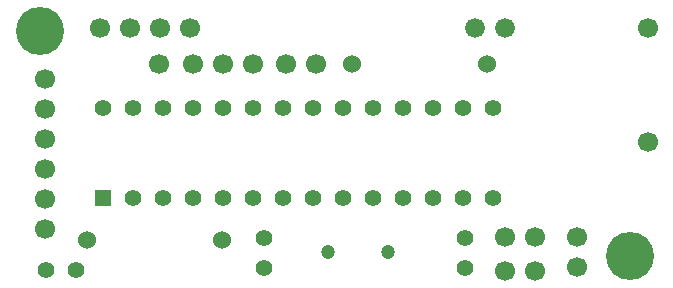
<source format=gts>
G04 #@! TF.FileFunction,Soldermask,Top*
%FSLAX46Y46*%
G04 Gerber Fmt 4.6, Leading zero omitted, Abs format (unit mm)*
G04 Created by KiCad (PCBNEW 0.201507042246+5884~23~ubuntu15.04.1-product) date Mon 06 Jul 2015 21:28:29 BST*
%MOMM*%
G01*
G04 APERTURE LIST*
%ADD10C,0.150000*%
%ADD11C,1.700000*%
%ADD12C,1.524000*%
%ADD13C,1.397000*%
%ADD14C,1.200000*%
%ADD15R,1.397000X1.397000*%
%ADD16C,1.676400*%
%ADD17C,4.064000*%
G04 APERTURE END LIST*
D10*
D11*
X200406000Y-142367000D03*
X200406000Y-132715000D03*
X149352000Y-144653000D03*
X149352000Y-142113000D03*
X149352000Y-147193000D03*
X149352000Y-149733000D03*
X149352000Y-139573000D03*
X149352000Y-137033000D03*
D12*
X152908000Y-150622000D03*
X164338000Y-150622000D03*
X175387000Y-135763000D03*
X186817000Y-135763000D03*
D13*
X167894000Y-153035000D03*
X167894000Y-150495000D03*
X184912000Y-153035000D03*
X184912000Y-150495000D03*
X152019000Y-153162000D03*
X149479000Y-153162000D03*
D11*
X164465000Y-135763000D03*
X167005000Y-135763000D03*
X161925000Y-135763000D03*
X172339000Y-135763000D03*
X169799000Y-135763000D03*
D14*
X178435000Y-151638000D03*
X173355000Y-151638000D03*
D11*
X194437000Y-150368000D03*
X194437000Y-152908000D03*
D13*
X156845000Y-147066000D03*
X159385000Y-147066000D03*
X161925000Y-147066000D03*
X164465000Y-147066000D03*
X167005000Y-147066000D03*
X169545000Y-147066000D03*
X172085000Y-147066000D03*
X174625000Y-147066000D03*
X177165000Y-147066000D03*
X179705000Y-147066000D03*
X182245000Y-147066000D03*
X184785000Y-147066000D03*
X187325000Y-147066000D03*
D15*
X154305000Y-147066000D03*
D13*
X187325000Y-139446000D03*
X184785000Y-139446000D03*
X182245000Y-139446000D03*
X179705000Y-139446000D03*
X177165000Y-139446000D03*
X174625000Y-139446000D03*
X172085000Y-139446000D03*
X169545000Y-139446000D03*
X167005000Y-139446000D03*
X164465000Y-139446000D03*
X161925000Y-139446000D03*
X159385000Y-139446000D03*
X156845000Y-139446000D03*
X154305000Y-139446000D03*
D11*
X190881000Y-153289000D03*
X188341000Y-153289000D03*
X190881000Y-150368000D03*
X188341000Y-150368000D03*
X159004000Y-135763000D03*
X159131000Y-132715000D03*
X156591000Y-132715000D03*
X161671000Y-132715000D03*
X154051000Y-132715000D03*
D16*
X185801000Y-132715000D03*
X188341000Y-132715000D03*
D17*
X148971000Y-132969000D03*
X198882000Y-152019000D03*
M02*

</source>
